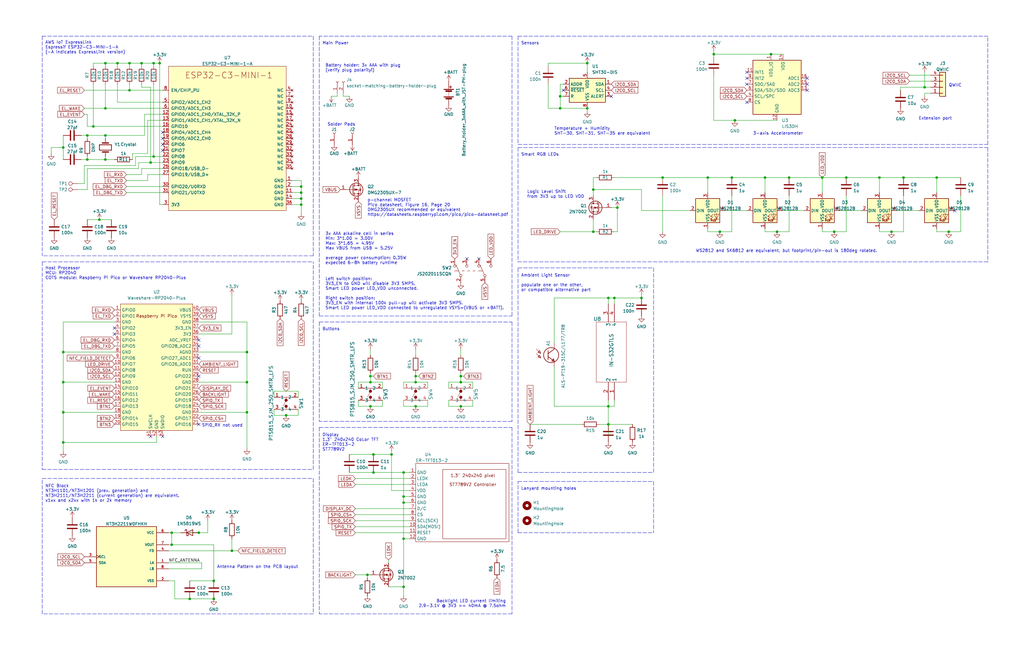
<source format=kicad_sch>
(kicad_sch (version 20211123) (generator eeschema)
  (paper "B")
  (title_block (title "AWS IoT ExpressLink Demo Badge") (date "2022-09-08") (rev "1") (company "Amazon Web Services") (comment 1 "Joe Julicher (jjulich@amazon.com)") (comment 2 "Thomas Kriechbaumer (thomkrie@amazon.com)") (comment 3 "Workshop: https://catalog.workshops.aws/aws-iot-expresslink-demo-badge/") (comment 4 "Web Resources: https://github.com/aws/iot-expresslink"))
  (junction (at 127 81.28))
  (junction (at 325.12 22.86))
  (junction (at 64.77 26.67))
  (junction (at 36.83 57.15))
  (junction (at 26.67 173.99))
  (junction (at 170.18 247.65))
  (junction (at 127 83.82))
  (junction (at 156.21 161.29))
  (junction (at 26.67 161.29))
  (junction (at 381 74.93))
  (junction (at 157.48 199.39))
  (junction (at 26.67 62.23))
  (junction (at 270.51 125.73))
  (junction (at 127 86.36))
  (junction (at 260.35 87.63))
  (junction (at 256.54 125.73))
  (junction (at 120.65 175.26))
  (junction (at 247.65 26.67))
  (junction (at 356.87 74.93))
  (junction (at 154.94 242.57))
  (junction (at 72.39 224.79))
  (junction (at 44.45 67.31))
  (junction (at 104.14 161.29))
  (junction (at 175.26 161.29))
  (junction (at 90.17 252.73))
  (junction (at 389.89 36.83))
  (junction (at 54.61 38.1))
  (junction (at 67.31 26.67))
  (junction (at 236.22 40.64))
  (junction (at 83.82 224.79))
  (junction (at 170.18 209.55))
  (junction (at 59.69 26.67))
  (junction (at 303.53 97.79))
  (junction (at 394.97 74.93))
  (junction (at 26.67 148.59))
  (junction (at 157.48 191.77))
  (junction (at 97.79 232.41))
  (junction (at 49.53 26.67))
  (junction (at 256.54 179.07))
  (junction (at 351.79 97.79))
  (junction (at 298.45 74.93))
  (junction (at 104.14 148.59))
  (junction (at 72.39 229.87))
  (junction (at 36.83 67.31))
  (junction (at 165.1 191.77))
  (junction (at 44.45 57.15))
  (junction (at 41.91 92.71))
  (junction (at 327.66 97.79))
  (junction (at 194.31 161.29))
  (junction (at 375.92 97.79))
  (junction (at 308.61 74.93))
  (junction (at 346.71 74.93))
  (junction (at 370.84 74.93))
  (junction (at 300.99 22.86))
  (junction (at 90.17 245.11))
  (junction (at 256.54 171.45))
  (junction (at 104.14 173.99))
  (junction (at 194.31 171.45))
  (junction (at 170.18 212.09))
  (junction (at 63.5 68.58))
  (junction (at 170.18 199.39))
  (junction (at 322.58 74.93))
  (junction (at 170.18 227.33))
  (junction (at 44.45 45.72))
  (junction (at 26.67 186.69))
  (junction (at 194.31 158.75))
  (junction (at 236.22 45.72))
  (junction (at 332.74 74.93))
  (junction (at 175.26 158.75))
  (junction (at 127 78.74))
  (junction (at 250.19 97.79))
  (junction (at 247.65 45.72))
  (junction (at 80.01 252.73))
  (junction (at 400.05 97.79))
  (junction (at 44.45 26.67))
  (junction (at 279.4 74.93))
  (junction (at 156.21 158.75))
  (junction (at 309.88 50.8))
  (junction (at 259.08 125.73))
  (junction (at 39.37 53.34))
  (junction (at 175.26 171.45))
  (junction (at 250.19 80.01))
  (junction (at 54.61 26.67))
  (junction (at 64.77 66.04))
  (junction (at 156.21 171.45))
  (no_connect (at 83.82 143.51))
  (no_connect (at 83.82 146.05))
  (no_connect (at 83.82 151.13))
  (no_connect (at 83.82 158.75))
  (no_connect (at 196.85 109.22))
  (no_connect (at 314.96 33.02))
  (no_connect (at 314.96 35.56))
  (no_connect (at 314.96 43.18))
  (no_connect (at 314.96 30.48))
  (no_connect (at 340.36 33.02))
  (no_connect (at 340.36 38.1))
  (no_connect (at 340.36 35.56))
  (no_connect (at 402.59 88.9))
  (no_connect (at 63.5 184.15))
  (no_connect (at 68.58 184.15))
  (no_connect (at 68.58 63.5))
  (no_connect (at 68.58 60.96))
  (no_connect (at 68.58 55.88))
  (no_connect (at 68.58 58.42))
  (no_connect (at 237.49 38.1))
  (no_connect (at 257.81 40.64))
  (no_connect (at 83.82 179.07))
  (no_connect (at 48.26 140.97))
  (no_connect (at 48.26 138.43))
  (no_connect (at 201.93 109.22))
  (wire (pts (xy 120.65 175.26) (xy 125.73 175.26)))
  (wire (pts (xy 139.7 40.64) (xy 142.24 40.64)))
  (wire (pts (xy 157.48 191.77) (xy 165.1 191.77)))
  (wire (pts (xy 71.12 232.41) (xy 97.79 232.41)))
  (wire (pts (xy 147.32 199.39) (xy 157.48 199.39)))
  (wire (pts (xy 59.69 73.66) (xy 59.69 71.12)))
  (wire (pts (xy 49.53 35.56) (xy 49.53 43.18)))
  (wire (pts (xy 62.23 50.8) (xy 62.23 64.77)))
  (wire (pts (xy 379.73 36.83) (xy 389.89 36.83)))
  (wire (pts (xy 231.14 27.94) (xy 231.14 26.67)))
  (wire (pts (xy 231.14 45.72) (xy 236.22 45.72)))
  (polyline (pts (xy 215.9 259.08) (xy 134.62 259.08)))
  (wire (pts (xy 383.54 34.29) (xy 392.43 34.29)))
  (wire (pts (xy 392.43 39.37) (xy 389.89 39.37)))
  (polyline (pts (xy 215.9 135.89) (xy 215.9 177.8)))
  (wire (pts (xy 330.2 88.9) (xy 339.09 88.9)))
  (wire (pts (xy 73.66 252.73) (xy 80.01 252.73)))
  (wire (pts (xy 21.59 62.23) (xy 21.59 64.77)))
  (polyline (pts (xy 215.9 180.34) (xy 215.9 259.08)))
  (wire (pts (xy 60.96 57.15) (xy 60.96 48.26)))
  (wire (pts (xy 175.26 157.48) (xy 175.26 158.75)))
  (wire (pts (xy 189.23 161.29) (xy 194.31 161.29)))
  (wire (pts (xy 189.23 171.45) (xy 194.31 171.45)))
  (wire (pts (xy 375.92 97.79) (xy 370.84 97.79)))
  (wire (pts (xy 147.32 191.77) (xy 157.48 191.77)))
  (wire (pts (xy 44.45 57.15) (xy 44.45 58.42)))
  (wire (pts (xy 327.66 50.8) (xy 309.88 50.8)))
  (wire (pts (xy 170.18 212.09) (xy 172.72 212.09)))
  (wire (pts (xy 64.77 66.04) (xy 68.58 66.04)))
  (wire (pts (xy 259.08 74.93) (xy 279.4 74.93)))
  (wire (pts (xy 236.22 45.72) (xy 247.65 45.72)))
  (wire (pts (xy 149.86 214.63) (xy 172.72 214.63)))
  (wire (pts (xy 149.86 204.47) (xy 172.72 204.47)))
  (wire (pts (xy 58.42 68.58) (xy 58.42 71.12)))
  (wire (pts (xy 157.48 199.39) (xy 170.18 199.39)))
  (wire (pts (xy 279.4 74.93) (xy 298.45 74.93)))
  (wire (pts (xy 36.83 53.34) (xy 39.37 53.34)))
  (wire (pts (xy 33.02 77.47) (xy 35.56 77.47)))
  (wire (pts (xy 142.24 40.64) (xy 142.24 39.37)))
  (wire (pts (xy 346.71 97.79) (xy 346.71 96.52)))
  (wire (pts (xy 36.83 57.15) (xy 44.45 57.15)))
  (wire (pts (xy 36.83 71.12) (xy 36.83 80.01)))
  (wire (pts (xy 175.26 158.75) (xy 176.53 158.75)))
  (wire (pts (xy 104.14 161.29) (xy 104.14 173.99)))
  (wire (pts (xy 35.56 77.47) (xy 35.56 69.85)))
  (wire (pts (xy 300.99 22.86) (xy 325.12 22.86)))
  (wire (pts (xy 194.31 158.75) (xy 194.31 161.29)))
  (wire (pts (xy 332.74 97.79) (xy 327.66 97.79)))
  (polyline (pts (xy 275.59 113.03) (xy 275.59 199.39)))
  (wire (pts (xy 270.51 80.01) (xy 250.19 80.01)))
  (polyline (pts (xy 416.56 62.23) (xy 416.56 110.49)))
  (wire (pts (xy 170.18 199.39) (xy 170.18 209.55)))
  (wire (pts (xy 104.14 173.99) (xy 104.14 189.23)))
  (wire (pts (xy 170.18 171.45) (xy 175.26 171.45)))
  (wire (pts (xy 26.67 161.29) (xy 48.26 161.29)))
  (wire (pts (xy 250.19 92.71) (xy 250.19 97.79)))
  (wire (pts (xy 383.54 31.75) (xy 392.43 31.75)))
  (wire (pts (xy 170.18 163.83) (xy 170.18 161.29)))
  (wire (pts (xy 66.04 184.15) (xy 66.04 186.69)))
  (wire (pts (xy 53.34 78.74) (xy 68.58 78.74)))
  (wire (pts (xy 236.22 97.79) (xy 250.19 97.79)))
  (wire (pts (xy 151.13 168.91) (xy 151.13 171.45)))
  (wire (pts (xy 356.87 97.79) (xy 351.79 97.79)))
  (polyline (pts (xy 132.08 259.08) (xy 17.78 259.08)))
  (wire (pts (xy 127 78.74) (xy 127 81.28)))
  (wire (pts (xy 332.74 74.93) (xy 346.71 74.93)))
  (wire (pts (xy 231.14 35.56) (xy 231.14 45.72)))
  (wire (pts (xy 35.56 38.1) (xy 54.61 38.1)))
  (wire (pts (xy 322.58 74.93) (xy 332.74 74.93)))
  (wire (pts (xy 199.39 163.83) (xy 199.39 161.29)))
  (wire (pts (xy 123.19 83.82) (xy 127 83.82)))
  (wire (pts (xy 351.79 97.79) (xy 346.71 97.79)))
  (wire (pts (xy 71.12 240.03) (xy 85.09 240.03)))
  (wire (pts (xy 247.65 26.67) (xy 247.65 30.48)))
  (wire (pts (xy 163.83 247.65) (xy 170.18 247.65)))
  (wire (pts (xy 378.46 88.9) (xy 387.35 88.9)))
  (wire (pts (xy 256.54 171.45) (xy 256.54 179.07)))
  (wire (pts (xy 389.89 30.48) (xy 389.89 36.83)))
  (wire (pts (xy 154.94 242.57) (xy 156.21 242.57)))
  (polyline (pts (xy 215.9 133.35) (xy 215.9 15.24)))
  (wire (pts (xy 67.31 86.36) (xy 68.58 86.36)))
  (wire (pts (xy 60.96 48.26) (xy 68.58 48.26)))
  (wire (pts (xy 83.82 173.99) (xy 104.14 173.99)))
  (wire (pts (xy 26.67 62.23) (xy 21.59 62.23)))
  (wire (pts (xy 256.54 179.07) (xy 266.7 179.07)))
  (wire (pts (xy 104.14 135.89) (xy 104.14 148.59)))
  (wire (pts (xy 298.45 74.93) (xy 308.61 74.93)))
  (wire (pts (xy 154.94 243.84) (xy 154.94 242.57)))
  (wire (pts (xy 279.4 82.55) (xy 279.4 97.79)))
  (wire (pts (xy 35.56 69.85) (xy 57.15 69.85)))
  (wire (pts (xy 356.87 74.93) (xy 370.84 74.93)))
  (wire (pts (xy 151.13 161.29) (xy 156.21 161.29)))
  (wire (pts (xy 172.72 199.39) (xy 170.18 199.39)))
  (wire (pts (xy 394.97 97.79) (xy 394.97 96.52)))
  (wire (pts (xy 36.83 80.01) (xy 33.02 80.01)))
  (wire (pts (xy 58.42 71.12) (xy 36.83 71.12)))
  (wire (pts (xy 259.08 97.79) (xy 260.35 97.79)))
  (wire (pts (xy 83.82 135.89) (xy 104.14 135.89)))
  (wire (pts (xy 256.54 125.73) (xy 259.08 125.73)))
  (wire (pts (xy 73.66 245.11) (xy 73.66 252.73)))
  (wire (pts (xy 194.31 157.48) (xy 194.31 158.75)))
  (wire (pts (xy 256.54 171.45) (xy 259.08 171.45)))
  (wire (pts (xy 35.56 45.72) (xy 44.45 45.72)))
  (wire (pts (xy 223.52 179.07) (xy 245.11 179.07)))
  (wire (pts (xy 127 83.82) (xy 127 86.36)))
  (polyline (pts (xy 17.78 110.49) (xy 132.08 110.49)))
  (wire (pts (xy 161.29 161.29) (xy 156.21 161.29)))
  (wire (pts (xy 394.97 81.28) (xy 394.97 74.93)))
  (wire (pts (xy 233.68 171.45) (xy 256.54 171.45)))
  (wire (pts (xy 175.26 158.75) (xy 175.26 161.29)))
  (wire (pts (xy 236.22 40.64) (xy 236.22 45.72)))
  (wire (pts (xy 80.01 252.73) (xy 90.17 252.73)))
  (polyline (pts (xy 275.59 203.2) (xy 275.59 224.79)))
  (wire (pts (xy 127 76.2) (xy 127 78.74)))
  (wire (pts (xy 49.53 26.67) (xy 49.53 27.94)))
  (wire (pts (xy 97.79 232.41) (xy 100.33 232.41)))
  (wire (pts (xy 64.77 26.67) (xy 67.31 26.67)))
  (wire (pts (xy 170.18 209.55) (xy 172.72 209.55)))
  (wire (pts (xy 354.33 88.9) (xy 363.22 88.9)))
  (polyline (pts (xy 134.62 180.34) (xy 134.62 259.08)))
  (wire (pts (xy 156.21 158.75) (xy 157.48 158.75)))
  (wire (pts (xy 34.29 57.15) (xy 36.83 57.15)))
  (polyline (pts (xy 134.62 15.24) (xy 134.62 133.35)))
  (wire (pts (xy 256.54 128.27) (xy 256.54 125.73)))
  (wire (pts (xy 194.31 158.75) (xy 195.58 158.75)))
  (wire (pts (xy 389.89 39.37) (xy 389.89 40.64)))
  (wire (pts (xy 115.57 175.26) (xy 120.65 175.26)))
  (wire (pts (xy 90.17 229.87) (xy 90.17 245.11)))
  (wire (pts (xy 90.17 229.87) (xy 72.39 229.87)))
  (wire (pts (xy 123.19 81.28) (xy 127 81.28)))
  (polyline (pts (xy 134.62 180.34) (xy 215.9 180.34)))
  (wire (pts (xy 55.88 67.31) (xy 55.88 64.77)))
  (wire (pts (xy 170.18 168.91) (xy 170.18 171.45)))
  (wire (pts (xy 63.5 36.83) (xy 63.5 68.58)))
  (wire (pts (xy 199.39 168.91) (xy 199.39 171.45)))
  (wire (pts (xy 64.77 26.67) (xy 64.77 27.94)))
  (wire (pts (xy 127 81.28) (xy 127 83.82)))
  (wire (pts (xy 53.34 76.2) (xy 62.23 76.2)))
  (wire (pts (xy 36.83 48.26) (xy 36.83 53.34)))
  (wire (pts (xy 44.45 26.67) (xy 44.45 27.94)))
  (wire (pts (xy 104.14 148.59) (xy 104.14 161.29)))
  (wire (pts (xy 180.34 161.29) (xy 175.26 161.29)))
  (wire (pts (xy 123.19 78.74) (xy 127 78.74)))
  (wire (pts (xy 72.39 229.87) (xy 71.12 229.87)))
  (wire (pts (xy 199.39 161.29) (xy 194.31 161.29)))
  (wire (pts (xy 389.89 36.83) (xy 392.43 36.83)))
  (wire (pts (xy 125.73 165.1) (xy 125.73 167.64)))
  (polyline (pts (xy 218.44 15.24) (xy 416.56 15.24)))
  (wire (pts (xy 97.79 140.97) (xy 83.82 140.97)))
  (wire (pts (xy 370.84 81.28) (xy 370.84 74.93)))
  (wire (pts (xy 194.31 147.32) (xy 194.31 149.86)))
  (wire (pts (xy 87.63 219.71) (xy 87.63 224.79)))
  (wire (pts (xy 26.67 173.99) (xy 26.67 186.69)))
  (polyline (pts (xy 132.08 15.24) (xy 132.08 107.95)))
  (wire (pts (xy 170.18 161.29) (xy 175.26 161.29)))
  (wire (pts (xy 35.56 48.26) (xy 36.83 48.26)))
  (wire (pts (xy 127 86.36) (xy 127 90.17)))
  (wire (pts (xy 161.29 168.91) (xy 161.29 171.45)))
  (wire (pts (xy 62.23 73.66) (xy 68.58 73.66)))
  (wire (pts (xy 85.09 240.03) (xy 85.09 237.49)))
  (wire (pts (xy 325.12 22.86) (xy 330.2 22.86)))
  (polyline (pts (xy 215.9 15.24) (xy 134.62 15.24)))
  (wire (pts (xy 125.73 175.26) (xy 125.73 172.72)))
  (wire (pts (xy 170.18 247.65) (xy 170.18 251.46)))
  (wire (pts (xy 400.05 97.79) (xy 394.97 97.79)))
  (wire (pts (xy 41.91 92.71) (xy 46.99 92.71)))
  (wire (pts (xy 247.65 45.72) (xy 247.65 46.99)))
  (wire (pts (xy 26.67 67.31) (xy 26.67 62.23)))
  (wire (pts (xy 308.61 97.79) (xy 303.53 97.79)))
  (wire (pts (xy 170.18 227.33) (xy 170.18 247.65)))
  (wire (pts (xy 36.83 67.31) (xy 44.45 67.31)))
  (wire (pts (xy 59.69 26.67) (xy 59.69 27.94)))
  (wire (pts (xy 68.58 68.58) (xy 63.5 68.58)))
  (wire (pts (xy 97.79 232.41) (xy 97.79 227.33)))
  (wire (pts (xy 250.19 80.01) (xy 250.19 74.93)))
  (polyline (pts (xy 132.08 107.95) (xy 17.78 107.95)))
  (wire (pts (xy 149.86 201.93) (xy 172.72 201.93)))
  (wire (pts (xy 175.26 147.32) (xy 175.26 149.86)))
  (polyline (pts (xy 17.78 15.24) (xy 132.08 15.24)))
  (wire (pts (xy 44.45 45.72) (xy 68.58 45.72)))
  (wire (pts (xy 259.08 125.73) (xy 259.08 128.27)))
  (wire (pts (xy 26.67 186.69) (xy 26.67 190.5)))
  (wire (pts (xy 405.13 97.79) (xy 400.05 97.79)))
  (wire (pts (xy 252.73 179.07) (xy 256.54 179.07)))
  (wire (pts (xy 231.14 26.67) (xy 247.65 26.67)))
  (polyline (pts (xy 218.44 199.39) (xy 275.59 199.39)))
  (wire (pts (xy 298.45 81.28) (xy 298.45 74.93)))
  (wire (pts (xy 97.79 124.46) (xy 97.79 140.97)))
  (wire (pts (xy 59.69 71.12) (xy 68.58 71.12)))
  (wire (pts (xy 165.1 191.77) (xy 165.1 207.01)))
  (polyline (pts (xy 134.62 135.89) (xy 134.62 177.8)))
  (polyline (pts (xy 215.9 177.8) (xy 134.62 177.8)))
  (wire (pts (xy 44.45 57.15) (xy 60.96 57.15)))
  (wire (pts (xy 149.86 222.25) (xy 172.72 222.25)))
  (polyline (pts (xy 218.44 113.03) (xy 275.59 113.03)))
  (wire (pts (xy 53.34 73.66) (xy 59.69 73.66)))
  (wire (pts (xy 170.18 227.33) (xy 172.72 227.33)))
  (wire (pts (xy 170.18 212.09) (xy 170.18 227.33)))
  (wire (pts (xy 199.39 171.45) (xy 194.31 171.45)))
  (wire (pts (xy 44.45 26.67) (xy 49.53 26.67)))
  (wire (pts (xy 115.57 172.72) (xy 115.57 175.26)))
  (wire (pts (xy 80.01 245.11) (xy 90.17 245.11)))
  (polyline (pts (xy 132.08 201.93) (xy 132.08 259.08)))
  (wire (pts (xy 123.19 86.36) (xy 127 86.36)))
  (wire (pts (xy 54.61 26.67) (xy 59.69 26.67)))
  (wire (pts (xy 233.68 125.73) (xy 256.54 125.73)))
  (polyline (pts (xy 218.44 224.79) (xy 218.44 203.2)))
  (wire (pts (xy 308.61 74.93) (xy 322.58 74.93)))
  (wire (pts (xy 26.67 173.99) (xy 26.67 161.29)))
  (polyline (pts (xy 218.44 224.79) (xy 275.59 224.79)))
  (wire (pts (xy 270.51 124.46) (xy 270.51 125.73)))
  (wire (pts (xy 63.5 68.58) (xy 58.42 68.58)))
  (wire (pts (xy 39.37 27.94) (xy 39.37 26.67)))
  (wire (pts (xy 161.29 163.83) (xy 161.29 161.29)))
  (polyline (pts (xy 132.08 198.12) (xy 132.08 110.49)))
  (wire (pts (xy 34.29 67.31) (xy 36.83 67.31)))
  (wire (pts (xy 156.21 158.75) (xy 156.21 161.29)))
  (wire (pts (xy 72.39 224.79) (xy 76.2 224.79)))
  (wire (pts (xy 381 97.79) (xy 375.92 97.79)))
  (wire (pts (xy 39.37 26.67) (xy 44.45 26.67)))
  (wire (pts (xy 71.12 245.11) (xy 73.66 245.11)))
  (wire (pts (xy 72.39 224.79) (xy 72.39 229.87)))
  (polyline (pts (xy 416.56 60.96) (xy 416.56 15.24)))
  (wire (pts (xy 36.83 67.31) (xy 36.83 66.04)))
  (polyline (pts (xy 416.56 110.49) (xy 218.44 110.49)))
  (wire (pts (xy 26.67 135.89) (xy 48.26 135.89)))
  (wire (pts (xy 54.61 26.67) (xy 54.61 27.94)))
  (wire (pts (xy 59.69 26.67) (xy 64.77 26.67)))
  (wire (pts (xy 370.84 97.79) (xy 370.84 96.52)))
  (wire (pts (xy 237.49 35.56) (xy 236.22 35.56)))
  (wire (pts (xy 405.13 82.55) (xy 405.13 97.79)))
  (wire (pts (xy 49.53 26.67) (xy 54.61 26.67)))
  (wire (pts (xy 300.99 22.86) (xy 300.99 24.13)))
  (wire (pts (xy 250.19 97.79) (xy 251.46 97.79)))
  (wire (pts (xy 83.82 161.29) (xy 104.14 161.29)))
  (wire (pts (xy 151.13 171.45) (xy 156.21 171.45)))
  (wire (pts (xy 236.22 40.64) (xy 237.49 40.64)))
  (polyline (pts (xy 17.78 110.49) (xy 17.78 198.12)))
  (wire (pts (xy 39.37 35.56) (xy 39.37 53.34)))
  (polyline (pts (xy 218.44 60.96) (xy 416.56 60.96)))
  (wire (pts (xy 39.37 53.34) (xy 68.58 53.34)))
  (wire (pts (xy 270.51 88.9) (xy 270.51 80.01)))
  (polyline (pts (xy 134.62 133.35) (xy 215.9 133.35)))
  (wire (pts (xy 346.71 81.28) (xy 346.71 74.93)))
  (wire (pts (xy 26.67 148.59) (xy 48.26 148.59)))
  (wire (pts (xy 149.86 217.17) (xy 172.72 217.17)))
  (wire (pts (xy 26.67 148.59) (xy 26.67 135.89)))
  (wire (pts (xy 322.58 97.79) (xy 322.58 96.52)))
  (wire (pts (xy 250.19 74.93) (xy 251.46 74.93)))
  (wire (pts (xy 260.35 87.63) (xy 260.35 97.79)))
  (wire (pts (xy 149.86 224.79) (xy 172.72 224.79)))
  (polyline (pts (xy 218.44 203.2) (xy 275.59 203.2)))
  (wire (pts (xy 256.54 168.91) (xy 256.54 171.45)))
  (wire (pts (xy 300.99 21.59) (xy 300.99 22.86)))
  (wire (pts (xy 180.34 163.83) (xy 180.34 161.29)))
  (wire (pts (xy 57.15 66.04) (xy 64.77 66.04)))
  (wire (pts (xy 151.13 163.83) (xy 151.13 161.29)))
  (wire (pts (xy 189.23 163.83) (xy 189.23 161.29)))
  (wire (pts (xy 83.82 148.59) (xy 104.14 148.59)))
  (wire (pts (xy 327.66 97.79) (xy 322.58 97.79)))
  (wire (pts (xy 370.84 74.93) (xy 381 74.93)))
  (wire (pts (xy 300.99 31.75) (xy 300.99 50.8)))
  (wire (pts (xy 346.71 74.93) (xy 356.87 74.93)))
  (wire (pts (xy 381 82.55) (xy 381 97.79)))
  (wire (pts (xy 172.72 207.01) (xy 165.1 207.01)))
  (wire (pts (xy 59.69 35.56) (xy 59.69 36.83)))
  (wire (pts (xy 300.99 50.8) (xy 309.88 50.8)))
  (wire (pts (xy 170.18 209.55) (xy 170.18 212.09)))
  (polyline (pts (xy 218.44 15.24) (xy 218.44 60.96)))
  (wire (pts (xy 144.78 40.64) (xy 144.78 39.37)))
  (polyline (pts (xy 218.44 62.23) (xy 416.56 62.23)))
  (polyline (pts (xy 17.78 201.93) (xy 132.08 201.93)))
  (wire (pts (xy 54.61 38.1) (xy 68.58 38.1)))
  (wire (pts (xy 298.45 97.79) (xy 298.45 96.52)))
  (wire (pts (xy 189.23 168.91) (xy 189.23 171.45)))
  (wire (pts (xy 83.82 224.79) (xy 87.63 224.79)))
  (wire (pts (xy 26.67 173.99) (xy 48.26 173.99)))
  (wire (pts (xy 308.61 82.55) (xy 308.61 97.79)))
  (wire (pts (xy 175.26 171.45) (xy 180.34 171.45)))
  (polyline (pts (xy 218.44 62.23) (xy 218.44 110.49)))
  (wire (pts (xy 49.53 43.18) (xy 68.58 43.18)))
  (wire (pts (xy 147.32 40.64) (xy 144.78 40.64)))
  (wire (pts (xy 67.31 26.67) (xy 67.31 86.36)))
  (wire (pts (xy 59.69 36.83) (xy 63.5 36.83)))
  (wire (pts (xy 149.86 219.71) (xy 172.72 219.71)))
  (wire (pts (xy 55.88 64.77) (xy 62.23 64.77)))
  (wire (pts (xy 80.01 224.79) (xy 83.82 224.79)))
  (wire (pts (xy 71.12 224.79) (xy 72.39 224.79)))
  (polyline (pts (xy 17.78 198.12) (xy 132.08 198.12)))
  (wire (pts (xy 36.83 92.71) (xy 41.91 92.71)))
  (wire (pts (xy 85.09 237.49) (xy 71.12 237.49)))
  (wire (pts (xy 236.22 35.56) (xy 236.22 40.64)))
  (wire (pts (xy 26.67 186.69) (xy 66.04 186.69)))
  (wire (pts (xy 250.19 82.55) (xy 250.19 80.01)))
  (polyline (pts (xy 17.78 259.08) (xy 17.78 201.93)))
  (wire (pts (xy 233.68 125.73) (xy 233.68 144.78)))
  (wire (pts (xy 356.87 82.55) (xy 356.87 97.79)))
  (wire (pts (xy 306.07 88.9) (xy 314.96 88.9)))
  (wire (pts (xy 115.57 167.64) (xy 115.57 165.1)))
  (wire (pts (xy 156.21 157.48) (xy 156.21 158.75)))
  (wire (pts (xy 161.29 171.45) (xy 156.21 171.45)))
  (polyline (pts (xy 17.78 15.24) (xy 17.78 107.95)))
  (wire (pts (xy 303.53 97.79) (xy 298.45 97.79)))
  (wire (pts (xy 322.58 81.28) (xy 322.58 74.93)))
  (wire (pts (xy 233.68 154.94) (xy 233.68 171.45)))
  (wire (pts (xy 62.23 50.8) (xy 68.58 50.8)))
  (wire (pts (xy 44.45 67.31) (xy 48.26 67.31)))
  (wire (pts (xy 54.61 35.56) (xy 54.61 38.1)))
  (wire (pts (xy 53.34 81.28) (xy 68.58 81.28)))
  (wire (pts (xy 180.34 171.45) (xy 180.34 168.91)))
  (polyline (pts (xy 218.44 199.39) (xy 218.44 113.03)))
  (wire (pts (xy 259.08 168.91) (xy 259.08 171.45)))
  (wire (pts (xy 44.45 35.56) (xy 44.45 45.72)))
  (wire (pts (xy 57.15 69.85) (xy 57.15 66.04)))
  (wire (pts (xy 44.45 66.04) (xy 44.45 67.31)))
  (wire (pts (xy 163.83 236.22) (xy 163.83 237.49)))
  (wire (pts (xy 123.19 76.2) (xy 127 76.2)))
  (wire (pts (xy 257.81 87.63) (xy 260.35 87.63)))
  (wire (pts (xy 165.1 190.5) (xy 165.1 191.77)))
  (wire (pts (xy 64.77 35.56) (xy 64.77 66.04)))
  (wire (pts (xy 36.83 57.15) (xy 36.83 58.42)))
  (wire (pts (xy 332.74 82.55) (xy 332.74 97.79)))
  (polyline (pts (xy 134.62 135.89) (xy 215.9 135.89)))
  (wire (pts (xy 394.97 74.93) (xy 405.13 74.93)))
  (wire (pts (xy 115.57 165.1) (xy 125.73 165.1)))
  (wire (pts (xy 26.67 57.15) (xy 26.67 62.23)))
  (wire (pts (xy 270.51 88.9) (xy 290.83 88.9)))
  (wire (pts (xy 62.23 76.2) (xy 62.23 73.66)))
  (wire (pts (xy 259.08 125.73) (xy 270.51 125.73)))
  (wire (pts (xy 381 74.93) (xy 394.97 74.93)))
  (wire (pts (xy 156.21 147.32) (xy 156.21 149.86)))
  (wire (pts (xy 26.67 161.29) (xy 26.67 148.59)))
  (wire (pts (xy 256.54 184.15) (xy 256.54 179.07)))
  (wire (pts (xy 149.86 242.57) (xy 154.94 242.57)))
  (wire (pts (xy 379.73 38.1) (xy 379.73 36.83)))
  (text "Solder Pads" (at 149.86 53.34 180) (effects (font (size 1.27 1.27)) (justify right bottom)))
  (text "Main Power" (at 135.89 19.05 0) (effects (font (size 1.27 1.27)) (justify left bottom)))
  (text "Sensors" (at 219.71 19.05 0) (effects (font (size 1.27 1.27)) (justify left bottom)))
  (text "Host Processor\nMCU: RP2040\nCOTS module: Raspberry Pi Pico or Waveshare RP2040-Plus" (at 19.05 118.11 0) (effects (font (size 1.27 1.27)) (justify left bottom)))
  (text "AWS IoT ExpressLink\nEspressif ESP32-C3-MINI-1-A\n(-A indicates ExpressLink version)" (at 19.05 22.86 0) (effects (font (size 1.27 1.27)) (justify left bottom)))
  (text "Left switch position:\n3V3_EN to GND will disable 3V3 SMPS.\nSmart LED power LED_VDD unconnected.\n\nRight switch position:\n3V3_EN with internal 100k pull-up will activate 3V3 SMPS.\nSmart LED power LED_VDD connected to unregulated VSYS=(VBUS or +BATT)." (at 137.16 130.81 0) (effects (font (size 1.27 1.27)) (justify left bottom)))
  (text "NFC Block\nNT3H1101/NT3H1201 (prev. generation) and \nNT3H2111/NT3H2211 (current generation) are equivalent.\nx1xx and x2xx with 1k or 2k memory" (at 19.05 212.09 0) (effects (font (size 1.27 1.27)) (justify left bottom)))
  (text "SPI0_RX not used" (at 85.09 180.34 0) (effects (font (size 1.27 1.27)) (justify left bottom)))
  (text "3-axis Accelerometer" (at 317.5 57.15 0) (effects (font (size 1.27 1.27)) (justify left bottom)))
  (text "Smart RGB LEDs" (at 219.71 66.04 0) (effects (font (size 1.27 1.27)) (justify left bottom)))
  (text "Battery holder: 3x AAA with plug\n(verify plug polarity!)" (at 137.16 30.48 0) (effects (font (size 1.27 1.27)) (justify left bottom)))
  (text "Display\n1.3\" 240x240 CoLor TFT\nER-TFT013-2\nST7789V2" (at 135.89 190.5 0) (effects (font (size 1.27 1.27)) (justify left bottom)))
  (text "Logic Level Shift \nfrom 3V3 up to LED VDD" (at 222.25 83.82 0) (effects (font (size 1.27 1.27)) (justify left bottom)))
  (text "3x AAA alkaline cell in series\nMin: 3*1.00 = 3.00V\nMax: 3*1.65 = 4.95V\nMax VBUS from USB = 5.25V\n\naverage power consumption: 0.35W\nexpected 6-8h battery runtime" (at 137.16 111.76 0) (effects (font (size 1.27 1.27)) (justify left bottom)))
  (text "p-channel MOSFET\nPico datasheet, Figure 16, Page 20\nDMG2305UX recommended or equivalent\nhttps://datasheets.raspberrypi.com/pico/pico-datasheet.pdf" (at 154.94 91.44 0) (effects (font (size 1.27 1.27)) (justify left bottom)))
  (text "Temperature + Humidity\nSHT-30, SHT-31, SHT-35 are equivalent" (at 233.68 57.15 0) (effects (font (size 1.27 1.27)) (justify left bottom)))
  (text "QWIIC" (at 400.05 36.83 0) (effects (font (size 1.27 1.27)) (justify left bottom)))
  (text "Lanyard mounting holes" (at 219.71 207.01 0) (effects (font (size 1.27 1.27)) (justify left bottom)))
  (text "Extension port" (at 387.35 50.8 0) (effects (font (size 1.27 1.27)) (justify left bottom)))
  (text "Antenna Pattern on the PCB layout" (at 91.44 240.03 0) (effects (font (size 1.27 1.27)) (justify left bottom)))
  (text "Ambient Light Sensor\n\npopulate one or the other,\nor compatible alternative part" (at 219.71 123.19 0) (effects (font (size 1.27 1.27)) (justify left bottom)))
  (text "WS2812 and SK6812 are equivalent, but footprint/pin-out is 180deg rotated." (at 293.37 106.68 0) (effects (font (size 1.27 1.27)) (justify left bottom)))
  (text "Buttons" (at 135.89 139.7 0) (effects (font (size 1.27 1.27)) (justify left bottom)))
  (text "Backlight LED current limiting\n2.9-3.1V @ 3V3 == 40mA @ 7.5ohm" (at 213.36 256.54 180) (effects (font (size 1.27 1.27)) (justify right bottom)))
  (label "NFC_ANTENNA" (at 71.12 237.49 0))
  (global_label "LEDK" (shape input) (at 163.83 236.22 90) (property "Intersheet References" "${INTERSHEET_REFS}" (effects hide)))
  (global_label "EL_TXD" (shape input) (at 48.26 133.35 180) (property "Intersheet References" "${INTERSHEET_REFS}" (effects hide)))
  (global_label "I2C0_SCL" (shape input) (at 127 134.62 270) (property "Intersheet References" "${INTERSHEET_REFS}" (effects hide)))
  (global_label "EL_RXD" (shape input) (at 53.34 73.66 180) (property "Intersheet References" "${INTERSHEET_REFS}" (effects hide)))
  (global_label "SPI0_CSn" (shape input) (at 83.82 176.53 0) (property "Intersheet References" "${INTERSHEET_REFS}" (effects hide)))
  (global_label "LED_VDD" (shape input) (at 207.01 109.22 90) (property "Intersheet References" "${INTERSHEET_REFS}" (effects hide)))
  (global_label "SPI0_TX" (shape input) (at 83.82 168.91 0) (property "Intersheet References" "${INTERSHEET_REFS}" (effects hide)))
  (global_label "I2C0_SDA" (shape input) (at 48.26 156.21 180) (property "Intersheet References" "${INTERSHEET_REFS}" (effects hide)))
  (global_label "NFC_FIELD_DETECT" (shape input) (at 48.26 151.13 180) (property "Intersheet References" "${INTERSHEET_REFS}" (effects hide)))
  (global_label "I2C0_SCL" (shape input) (at 314.96 40.64 180) (property "Intersheet References" "${INTERSHEET_REFS}" (effects hide)))
  (global_label "3V3_EN" (shape input) (at 83.82 138.43 0) (property "Intersheet References" "${INTERSHEET_REFS}" (effects hide)))
  (global_label "AMBIENT_LIGHT" (shape input) (at 83.82 153.67 0) (property "Intersheet References" "${INTERSHEET_REFS}" (effects hide)))
  (global_label "SPI0_SCK" (shape input) (at 83.82 171.45 0) (property "Intersheet References" "${INTERSHEET_REFS}" (effects hide)))
  (global_label "VSYS" (shape input) (at 83.82 133.35 0) (property "Intersheet References" "${INTERSHEET_REFS}" (effects hide)))
  (global_label "LEDK" (shape input) (at 149.86 201.93 180) (property "Intersheet References" "${INTERSHEET_REFS}" (effects hide)))
  (global_label "I2C0_SDA" (shape input) (at 118.11 134.62 270) (property "Intersheet References" "${INTERSHEET_REFS}" (effects hide)))
  (global_label "BACKLIGHT" (shape input) (at 149.86 242.57 180) (property "Intersheet References" "${INTERSHEET_REFS}" (effects hide)))
  (global_label "EL_EVENT" (shape input) (at 48.26 163.83 180) (property "Intersheet References" "${INTERSHEET_REFS}" (effects hide)))
  (global_label "EL_RESET" (shape input) (at 22.86 92.71 90) (property "Intersheet References" "${INTERSHEET_REFS}" (effects hide)))
  (global_label "LEDA" (shape input) (at 149.86 204.47 180) (property "Intersheet References" "${INTERSHEET_REFS}" (effects hide)))
  (global_label "I2C0_SCL" (shape input) (at 35.56 234.95 180) (property "Intersheet References" "${INTERSHEET_REFS}" (effects hide)))
  (global_label "SPI0_CSn" (shape input) (at 149.86 217.17 180) (property "Intersheet References" "${INTERSHEET_REFS}" (effects hide)))
  (global_label "EL_TXD" (shape input) (at 53.34 76.2 180) (property "Intersheet References" "${INTERSHEET_REFS}" (effects hide)))
  (global_label "BTN2" (shape input) (at 48.26 176.53 180) (property "Intersheet References" "${INTERSHEET_REFS}" (effects hide)))
  (global_label "EL_DBG_RXD" (shape input) (at 53.34 78.74 180) (property "Intersheet References" "${INTERSHEET_REFS}" (effects hide)))
  (global_label "DISPLAY_DC" (shape input) (at 149.86 214.63 180) (property "Intersheet References" "${INTERSHEET_REFS}" (effects hide)))
  (global_label "AMBIENT_LIGHT" (shape input) (at 223.52 179.07 90) (property "Intersheet References" "${INTERSHEET_REFS}" (effects hide)))
  (global_label "VSYS" (shape input) (at 151.13 85.09 270) (property "Intersheet References" "${INTERSHEET_REFS}" (effects hide)))
  (global_label "VBUS" (shape input) (at 83.82 130.81 0) (property "Intersheet References" "${INTERSHEET_REFS}" (effects hide)))
  (global_label "EL_RESET" (shape input) (at 48.26 168.91 180) (property "Intersheet References" "${INTERSHEET_REFS}" (effects hide)))
  (global_label "DISPLAY_DC" (shape input) (at 83.82 163.83 0) (property "Intersheet References" "${INTERSHEET_REFS}" (effects hide)))
  (global_label "LED_DRIVE" (shape input) (at 236.22 97.79 180) (property "Intersheet References" "${INTERSHEET_REFS}" (effects hide)))
  (global_label "BTN3" (shape input) (at 48.26 179.07 180) (property "Intersheet References" "${INTERSHEET_REFS}" (effects hide)))
  (global_label "I2C0_SCL" (shape input) (at 257.81 38.1 0) (property "Intersheet References" "${INTERSHEET_REFS}" (effects hide)))
  (global_label "NFC_FIELD_DETECT" (shape input) (at 100.33 232.41 0) (property "Intersheet References" "${INTERSHEET_REFS}" (effects hide)))
  (global_label "I2C0_SDA" (shape input) (at 35.56 237.49 180) (property "Intersheet References" "${INTERSHEET_REFS}" (effects hide)))
  (global_label "EL_DBG_RXD" (shape input) (at 48.26 143.51 180) (property "Intersheet References" "${INTERSHEET_REFS}" (effects hide)))
  (global_label "I2C0_SCL" (shape input) (at 383.54 31.75 180) (property "Intersheet References" "${INTERSHEET_REFS}" (effects hide)))
  (global_label "EL_DBG_TXD" (shape input) (at 48.26 146.05 180) (property "Intersheet References" "${INTERSHEET_REFS}" (effects hide)))
  (global_label "BTN1" (shape input) (at 48.26 171.45 180) (property "Intersheet References" "${INTERSHEET_REFS}" (effects hide)))
  (global_label "BTN3" (shape input) (at 195.58 158.75 0) (property "Intersheet References" "${INTERSHEET_REFS}" (effects hide)))
  (global_label "LED_DRIVE" (shape input) (at 48.26 153.67 180) (property "Intersheet References" "${INTERSHEET_REFS}" (effects hide)))
  (global_label "VBUS" (shape input) (at 143.51 80.01 180) (property "Intersheet References" "${INTERSHEET_REFS}" (effects hide)))
  (global_label "I2C0_SCL" (shape input) (at 48.26 158.75 180) (property "Intersheet References" "${INTERSHEET_REFS}" (effects hide)))
  (global_label "EL_WAKE" (shape input) (at 35.56 45.72 180) (property "Intersheet References" "${INTERSHEET_REFS}" (effects hide)))
  (global_label "I2C0_SDA" (shape input) (at 314.96 38.1 180) (property "Intersheet References" "${INTERSHEET_REFS}" (effects hide)))
  (global_label "BTN2" (shape input) (at 176.53 158.75 0) (property "Intersheet References" "${INTERSHEET_REFS}" (effects hide)))
  (global_label "EL_WAKE" (shape input) (at 48.26 166.37 180) (property "Intersheet References" "${INTERSHEET_REFS}" (effects hide)))
  (global_label "SPI0_SCK" (shape input) (at 149.86 219.71 180) (property "Intersheet References" "${INTERSHEET_REFS}" (effects hide)))
  (global_label "I2C0_SDA" (shape input) (at 383.54 34.29 180) (property "Intersheet References" "${INTERSHEET_REFS}" (effects hide)))
  (global_label "RESET" (shape input) (at 83.82 156.21 0) (property "Intersheet References" "${INTERSHEET_REFS}" (effects hide)))
  (global_label "LEDA" (shape input) (at 209.55 243.84 270) (property "Intersheet References" "${INTERSHEET_REFS}" (effects hide)))
  (global_label "3V3_EN" (shape input) (at 191.77 109.22 90) (property "Intersheet References" "${INTERSHEET_REFS}" (effects hide)))
  (global_label "RESET" (shape input) (at 149.86 224.79 180) (property "Intersheet References" "${INTERSHEET_REFS}" (effects hide)))
  (global_label "BACKLIGHT" (shape input) (at 83.82 166.37 0) (property "Intersheet References" "${INTERSHEET_REFS}" (effects hide)))
  (global_label "SPI0_TX" (shape input) (at 149.86 222.25 180) (property "Intersheet References" "${INTERSHEET_REFS}" (effects hide)))
  (global_label "EL_DBG_TXD" (shape input) (at 53.34 81.28 180) (property "Intersheet References" "${INTERSHEET_REFS}" (effects hide)))
  (global_label "EL_EVENT" (shape input) (at 35.56 48.26 180) (property "Intersheet References" "${INTERSHEET_REFS}" (effects hide)))
  (global_label "LED_VDD" (shape input) (at 346.71 74.93 90) (property "Intersheet References" "${INTERSHEET_REFS}" (effects hide)))
  (global_label "BTN1" (shape input) (at 157.48 158.75 0) (property "Intersheet References" "${INTERSHEET_REFS}" (effects hide)))
  (global_label "EL_RXD" (shape input) (at 48.26 130.81 180) (property "Intersheet References" "${INTERSHEET_REFS}" (effects hide)))
  (global_label "I2C0_SDA" (shape input) (at 257.81 35.56 0) (property "Intersheet References" "${INTERSHEET_REFS}" (effects hide)))
  (global_label "VSYS" (shape input) (at 204.47 119.38 270) (property "Intersheet References" "${INTERSHEET_REFS}" (effects hide)))
  (global_label "EL_RESET" (shape input) (at 35.56 38.1 180) (property "Intersheet References" "${INTERSHEET_REFS}" (effects hide)))
  (global_label "RESET" (shape input) (at 120.65 165.1 90) (property "Intersheet References" "${INTERSHEET_REFS}" (effects hide)))
  (symbol (lib_id "power:GND") (at 247.65 46.99 0) (mirror y) (unit 1)
    (property "Reference" "#PWR03" (effects hide))
    (property "Value" "GND" (at 247.65 51.4334 0))
  )
  (symbol (lib_id "Device:C") (at 46.99 96.52 180) (unit 1)
    (property "Reference" "C19" (at 49.911 95.6853 0) (effects (justify right)))
    (property "Value" "10u" (at 49.911 98.2222 0) (effects (justify right)))
    (property "Footprint" "Capacitor_SMD:C_0603_1608Metric" (effects hide))
    (property "LCSC#" "C19702" (effects hide))
  )
  (symbol (lib_id "Device:C") (at 36.83 96.52 180) (unit 1)
    (property "Reference" "C18" (at 39.751 95.6853 0) (effects (justify right)))
    (property "Value" "100n" (at 39.751 98.2222 0) (effects (justify right)))
    (property "Footprint" "Capacitor_SMD:C_0603_1608Metric" (effects hide))
    (property "LCSC#" "C14663" (effects hide))
  )
  (symbol (lib_id "Mechanical:MountingHole") (at 222.25 219.71 0) (unit 1)
    (property "Reference" "H2" (at 224.79 218.4399 0) (effects (justify left)))
    (property "Value" "MountingHole" (at 224.79 220.9799 0) (effects (justify left)))
    (property "Footprint" "reinvent-2022-expresslink-badge:lanyard-cutout" (effects hide))
  )
  (symbol (lib_id "power:GND") (at 303.53 97.79 0) (unit 1)
    (property "Reference" "#PWR09" (effects hide))
    (property "Value" "GND" (at 303.53 102.2334 0))
  )
  (symbol (lib_id "power:+3.3V") (at 41.91 92.71 0) (unit 1)
    (property "Reference" "#PWR025" (effects hide))
    (property "Value" "+3.3V" (at 41.91 89.1342 0))
  )
  (symbol (lib_id "IN-S32GTLS:IN-S32GTLS") (at 259.08 168.91 270) (mirror x) (unit 1)
    (property "Reference" "U8" (at 250.19 134.62 90) (effects (font (size 1.524 1.524)) (justify left)))
    (property "Value" "IN-S32GTLS" (at 257.81 154.94 0) (effects (font (size 1.524 1.524)) (justify left)))
    (property "Footprint" "IN-S32GTLS:IN-S32GTLS" (effects hide))
    (property "Datasheet" "https://www.inolux-corp.com/datasheet/IR/Sensor/Ambient%20Light%20Sensor/IN-S32GTLS_V1.0.pdf" (effects hide))
    (property "Alternative For" "ALS-PT19-315C_L177_TR8" (effects hide))
  )
  (symbol (lib_id "power:+3.3V") (at 30.48 218.44 0) (unit 1)
    (property "Reference" "#PWR041" (effects hide))
    (property "Value" "+3.3V" (at 30.48 214.8642 0))
  )
  (symbol (lib_id "Device:C") (at 22.86 96.52 0) (unit 1)
    (property "Reference" "C17" (at 25.781 95.6853 0) (effects (justify left)))
    (property "Value" "100n" (at 25.781 98.2222 0) (effects (justify left)))
    (property "Footprint" "Capacitor_SMD:C_0603_1608Metric" (effects hide))
    (property "LCSC#" "C14663" (effects hide))
  )
  (symbol (lib_id "power:GND") (at 104.14 189.23 0) (unit 1)
    (property "Reference" "#PWR08" (effects hide))
    (property "Value" "GND" (at 104.14 193.6734 0))
  )
  (symbol (lib_id "PTS815:PTS815_SJM_250_SMTR_LFS") (at 194.31 166.37 0) (unit 1)
    (property "Reference" "SW5" (at 200.66 166.37 90) (effects (font (size 1.524 1.524))))
    (property "Value" "PTS815_SJM_250_SMTR_LFS" (effects hide))
    (property "Footprint" "PTS815:PTS815 SJM 250 SMTR LFS" (effects hide))
    (property "Datasheet" "https://www.ckswitches.com/media/2728/pts815.pdf" (effects hide))
    (property "LCSC#" "C2689510" (effects hide))
  )
  (symbol (lib_id "Device:C") (at 30.48 222.25 180) (unit 1)
    (property "Reference" "C16" (at 33.401 221.4153 0) (effects (justify right)))
    (property "Value" "100n" (at 33.401 223.9522 0) (effects (justify right)))
    (property "Footprint" "Capacitor_SMD:C_0603_1608Metric" (effects hide))
    (property "LCSC#" "C14663" (effects hide))
  )
  (symbol (lib_id "power:GND") (at 194.31 171.45 0) (unit 1)
    (property "Reference" "#PWR056" (effects hide))
    (property "Value" "GND" (at 194.31 175.8934 0))
  )
  (symbol (lib_id "ER-TFT013-2:ER-TFT013-2") (at 175.26 195.58 0) (unit 1)
    (property "Reference" "U4" (at 179.07 191.77 0) (effects (justify left)))
    (property "Value" "ER-TFT013-2" (at 175.26 194.31 0) (effects (justify left)))
    (property "Footprint" "ER-TFT013-2:ER-TFT013-2" (effects hide))
    (property "Datasheet" "https://www.buydisplay.com/download/manual/ER-TFT013-2_Datasheet.pdf" (effects hide))
  )
  (symbol (lib_id "power:GND") (at 156.21 171.45 0) (unit 1)
    (property "Reference" "#PWR049" (effects hide))
    (property "Value" "GND" (at 156.21 175.8934 0))
  )
  (symbol (lib_id "power:GND") (at 375.92 97.79 0) (unit 1)
    (property "Reference" "#PWR020" (effects hide))
    (property "Value" "GND" (at 375.92 102.2334 0))
  )
  (symbol (lib_id "power:+3.3V") (at 118.11 127 0) (unit 1)
    (property "Reference" "#PWR011" (effects hide))
    (property "Value" "+3.3V" (at 118.11 123.4242 0))
  )
  (symbol (lib_id "power:+3.3V") (at 175.26 147.32 0) (unit 1)
    (property "Reference" "#PWR051" (effects hide))
    (property "Value" "+3.3V" (at 175.26 143.7442 0))
  )
  (symbol (lib_id "power:GND") (at 46.99 100.33 0) (unit 1)
    (property "Reference" "#PWR047" (effects hide))
    (property "Value" "GND" (at 46.99 104.7734 0))
  )
  (symbol (lib_id "LED:SK6812") (at 322.58 88.9 0) (unit 1)
    (property "Reference" "D2" (at 332.1602 85.4416 0))
    (property "Value" "WS2812B" (at 332.1602 87.9785 0))
    (property "Footprint" "reinvent-2022-expresslink-badge:SK6812-multi" (effects hide))
    (property "Datasheet" "https://datasheet.lcsc.com/lcsc/2206131216_Worldsemi-WS2812B-V5-W_C2874885.pdf" (effects hide))
    (property "LCSC#" "C2874885" (effects hide))
    (property "Alternative For" "SK6812" (effects hide))
  )
  (symbol (lib_id "power:+3.3V") (at 194.31 147.32 0) (unit 1)
    (property "Reference" "#PWR055" (effects hide))
    (property "Value" "+3.3V" (at 194.31 143.7442 0))
  )
  (symbol (lib_id "Device:C") (at 223.52 182.88 180) (unit 1)
    (property "Reference" "C20" (at 226.441 182.0453 0) (effects (justify right)))
    (property "Value" "1u" (at 226.441 184.5822 0) (effects (justify right)))
    (property "Footprint" "Capacitor_SMD:C_0603_1608Metric" (effects hide))
    (property "LCSC#" "C15849" (effects hide))
  )
  (symbol (lib_id "Device:R") (at 255.27 74.93 90) (unit 1)
    (property "Reference" "R1" (at 255.27 74.93 90))
    (property "Value" "1k" (at 255.27 72.39 90))
    (property "Footprint" "Resistor_SMD:R_0603_1608Metric" (effects hide))
    (property "LCSC#" "C21190" (effects hide))
  )
  (symbol (lib_id "Connector:TestPoint") (at 33.02 80.01 90) (unit 1)
    (property "Reference" "TP2" (at 26.67 80.01 90))
    (property "Value" "TestPoint" (effects hide))
    (property "Footprint" "TestPoint:TestPoint_Pad_D1.0mm" (effects hide))
  )
  (symbol (lib_id "Device:R") (at 266.7 182.88 180) (unit 1)
    (property "Reference" "R17" (at 270.51 181.61 0))
    (property "Value" "1k" (at 270.51 184.15 0))
    (property "Footprint" "Resistor_SMD:R_0603_1608Metric" (effects hide))
    (property "LCSC#" "C21190" (effects hide))
  )
  (symbol (lib_id "Transistor_FET:2N7002") (at 252.73 87.63 0) (mirror y) (unit 1)
    (property "Reference" "Q1" (at 247.5231 86.7953 0) (effects (justify left)))
    (property "Value" "2N7002" (at 247.5231 89.3322 0) (effects (justify left)))
    (property "Footprint" "Package_TO_SOT_SMD:SOT-23" (effects hide))
    (property "Datasheet" "https://www.onsemi.com/pub/Collateral/NDS7002A-D.PDF" (effects hide))
    (property "LCSC#" "C8545" (effects hide))
  )
  (symbol (lib_id "power:+BATT") (at 139.7 40.64 180) (unit 1)
    (property "Reference" "#PWR0101" (effects hide))
    (property "Value" "+BATT" (at 135.89 44.45 0) (effects (justify right)))
  )
  (symbol (lib_id "power:+BATT") (at 148.59 60.96 180) (unit 1)
    (property "Reference" "#PWR017" (effects hide))
    (property "Value" "+BATT" (at 144.78 64.77 0) (effects (justify right)))
  )
  (symbol (lib_id "Device:R") (at 44.45 31.75 180) (unit 1)
    (property "Reference" "R10" (at 41.91 31.75 90))
    (property "Value" "10k" (at 44.45 31.75 90))
    (property "Footprint" "Resistor_SMD:R_0603_1608Metric" (effects hide))
    (property "LCSC#" "C25804" (effects hide))
  )
  (symbol (lib_id "LED:SK6812") (at 298.45 88.9 0) (unit 1)
    (property "Reference" "D1" (at 308.0302 85.4416 0))
    (property "Value" "WS2812B" (at 308.0302 87.9785 0))
    (property "Footprint" "reinvent-2022-expresslink-badge:SK6812-multi" (effects hide))
    (property "Datasheet" "https://datasheet.lcsc.com/lcsc/2206131216_Worldsemi-WS2812B-V5-W_C2874885.pdf" (effects hide))
    (property "LCSC#" "C2874885" (effects hide))
    (property "Alternative For" "SK6812" (effects hide))
  )
  (symbol (lib_id "power:GND") (at 127 90.17 0) (unit 1)
    (property "Reference" "#PWR058" (effects hide))
    (property "Value" "GND" (at 127 94.6134 0))
  )
  (symbol (lib_id "Connector:Conn_01x01_Female") (at 148.59 55.88 90) (unit 1)
    (property "Reference" "J2" (at 147.32 54.61 90) (effects (justify right)))
    (property "Value" "BATT_POS" (effects hide))
    (property "Footprint" "TestPoint:TestPoint_Pad_D2.0mm" (effects hide))
  )
  (symbol (lib_id "power:+3.3V") (at 97.79 219.71 0) (unit 1)
    (property "Reference" "#PWR039" (effects hide))
    (property "Value" "+3.3V" (at 97.79 216.1342 0))
  )
  (symbol (lib_id "Device:C") (at 157.48 195.58 180) (unit 1)
    (property "Reference" "C11" (at 160.401 194.7453 0) (effects (justify right)))
    (property "Value" "1u" (at 160.401 197.2822 0) (effects (justify right)))
    (property "Footprint" "Capacitor_SMD:C_0603_1608Metric" (effects hide))
    (property "LCSC#" "C15849" (effects hide))
  )
  (symbol (lib_id "power:+BATT") (at 189.23 34.29 0) (unit 1)
    (property "Reference" "#PWR0104" (effects hide))
    (property "Value" "+BATT" (at 193.04 30.48 0) (effects (justify right)))
  )
  (symbol (lib_id "power:GND") (at 90.17 252.73 0) (unit 1)
    (property "Reference" "#PWR035" (effects hide))
    (property "Value" "GND" (at 90.17 257.1734 0))
  )
  (symbol (lib_id "Device:C") (at 90.17 248.92 180) (unit 1)
    (property "Reference" "C13" (at 93.091 248.0853 0) (effects (justify right)))
    (property "Value" "100n" (at 93.091 250.6222 0) (effects (justify right)))
    (property "Footprint" "Capacitor_SMD:C_0603_1608Metric" (effects hide))
    (property "LCSC#" "C14663" (effects hide))
  )
  (symbol (lib_id "Device:D_Schottky") (at 80.01 224.79 0) (unit 1)
    (property "Reference" "D6" (at 79.6925 218.44 0))
    (property "Value" "1N5819WS" (at 79.6925 220.98 0))
    (property "Footprint" "Diode_SMD:D_SOD-323" (effects hide))
    (property "LCSC#" "C191023" (effects hide))
  )
  (symbol (lib_id "power:GND") (at 389.89 40.64 0) (unit 1)
    (property "Reference" "#PWR024" (effects hide))
    (property "Value" "GND" (at 389.89 45.0834 0))
  )
  (symbol (lib_id "power:GND") (at 351.79 97.79 0) (unit 1)
    (property "Reference" "#PWR019" (effects hide))
    (property "Value" "GND" (at 351.79 102.2334 0))
  )
  (symbol (lib_id "power:+3.3V") (at 87.63 219.71 0) (unit 1)
    (property "Reference" "#PWR037" (effects hide))
    (property "Value" "+3.3V" (at 87.63 216.1342 0))
  )
  (symbol (lib_id "LED:SK6812") (at 394.97 88.9 0) (unit 1)
    (property "Reference" "D5" (at 404.5502 85.4416 0))
    (property "Value" "WS2812B" (at 404.5502 87.9785 0))
    (property "Footprint" "reinvent-2022-expresslink-badge:SK6812-multi" (effects hide))
    (property "Datasheet" "https://datasheet.lcsc.com/lcsc/2206131216_Worldsemi-WS2812B-V5-W_C2874885.pdf" (effects hide))
    (property "LCSC#" "C2874885" (effects hide))
    (property "Alternative For" "SK6812" (effects hide))
  )
  (symbol (lib_id "power:GND") (at 22.86 100.33 0) (unit 1)
    (property "Reference" "#PWR013" (effects hide))
    (property "Value" "GND" (at 22.86 104.7734 0))
  )
  (symbol (lib_id "Device:R") (at 156.21 153.67 180) (unit 1)
    (property "Reference" "R13" (at 153.67 153.67 90))
    (property "Value" "10k" (at 158.75 153.67 90))
    (property "Footprint" "Resistor_SMD:R_0603_1608Metric" (effects hide))
    (property "LCSC#" "C25804" (effects hide))
  )
  (symbol (lib_id "power:+3.3V") (at 247.65 26.67 0) (mirror y) (unit 1)
    (property "Reference" "#PWR02" (effects hide))
    (property "Value" "+3.3V" (at 247.65 23.0942 0))
  )
  (symbol (lib_id "MCU_RaspberryPi_and_Boards:Pico") (at 66.04 154.94 0) (unit 1)
    (property "Reference" "U2" (at 66.04 123.19 0))
    (property "Value" "Waveshare-RP2040-Plus" (at 66.04 125.73 0))
    (property "Footprint" "reinvent-2022-expresslink-badge:Waveshare-RP2040-Plus" (effects hide))
    (property "Datasheet" "https://www.waveshare.com/product/rp2040-plus.htm" (effects hide))
    (property "Alternative For" "Raspberry Pi Pico" (effects hide))
    (property "LCSC#" "C5159530" (effects hide))
  )
  (symbol (lib_id "NT3H2211W0FHKH:NT3H2211W0FHKH") (at 53.34 234.95 0) (unit 1)
    (property "Reference" "U5" (at 53.34 218.5502 0))
    (property "Value" "NT3H2211W0FHKH" (at 53.34 221.0871 0))
    (property "Footprint" "NT3H2211W0FHKH:IC_NT3H2211W0FHKH" (effects hide))
    (property "Datasheet" "https://www.nxp.com/docs/en/data-sheet/NT3H2111_2211.pdf" (effects hide))
    (property "LCSC#" "C2905792" (effects hide))
    (property "Alternative For" "NT3H1101W0FHKH, NT3H1201W0FHKH, NT3H2101W0FHKH" (effects hide))
  )
  (symbol (lib_id "power:GND") (at 279.4 97.79 0) (unit 1)
    (property "Reference" "#PWR05" (effects hide))
    (property "Value" "GND" (at 279.4 102.2334 0))
  )
  (symbol (lib_id "power:GND") (at 170.18 251.46 0) (unit 1)
    (property "Reference" "#PWR033" (effects hide))
    (property "Value" "GND" (at 170.18 255.9034 0))
  )
  (symbol (lib_id "PTS815:PTS815_SJM_250_SMTR_LFS") (at 156.21 166.37 0) (unit 1)
    (property "Reference" "SW3" (at 162.56 166.37 90) (effects (font (size 1.524 1.524))))
    (property "Value" "PTS815_SJM_250_SMTR_LFS" (at 148.59 160.02 90) (effects (font (size 1.524 1.524))))
    (property "Footprint" "PTS815:PTS815 SJM 250 SMTR LFS" (effects hide))
    (property "Datasheet" "https://www.ckswitches.com/media/2728/pts815.pdf" (effects hide))
    (property "LCSC#" "C2689510" (effects hide))
  )
  (symbol (lib_id "Device:C") (at 231.14 31.75 0) (mirror x) (unit 1)
    (property "Reference" "C1" (at 228.219 30.9153 0) (effects (justify right)))
    (property "Value" "100n" (at 228.219 33.4522 0) (effects (justify right)))
    (property "Footprint" "Capacitor_SMD:C_0603_1608Metric" (effects hide))
    (property "LCSC#" "C14663" (effects hide))
  )
  (symbol (lib_id "Device:R") (at 39.37 31.75 180) (unit 1)
    (property "Reference" "R7" (at 36.83 31.75 90))
    (property "Value" "10k" (at 39.37 31.75 90))
    (property "Footprint" "Resistor_SMD:R_0603_1608Metric" (effects hide))
    (property "LCSC#" "C25804" (effects hide))
  )
  (symbol (lib_id "Sensor_Motion:LIS3DH") (at 327.66 35.56 0) (unit 1)
    (property "Reference" "U3" (at 329.6794 50.8 0) (effects (justify left)))
    (property "Value" "LIS3DH" (at 329.6794 53.34 0) (effects (justify left)))
    (property "Footprint" "Package_LGA:LGA-16_3x3mm_P0.5mm_LayoutBorder3x5y" (effects hide))
    (property "Datasheet" "https://www.st.com/resource/en/datasheet/lis3dh.pdf" (effects hide))
    (property "LCSC#" "C15134" (effects hide))
  )
  (symbol (lib_id "power:GND") (at 256.54 186.69 0) (unit 1)
    (property "Reference" "#PWR053" (effects hide))
    (property "Value" "GND" (at 256.54 191.1334 0))
  )
  (symbol (lib_id "Device:R") (at 36.83 62.23 180) (unit 1) (in_bom no)
    (property "Reference" "R9" (at 34.29 63.5 90))
    (property "Value" "DNP" (at 39.37 62.23 90))
    (property "Footprint" "Resistor_SMD:R_0603_1608Metric" (effects hide))
  )
  (symbol (lib_id "Device:C") (at 381 78.74 180) (unit 1)
    (property "Reference" "C8" (at 383.921 77.9053 0) (effects (justify right)))
    (property "Value" "1u" (at 383.921 80.4422 0) (effects (justify right)))
    (property "Footprint" "Capacitor_SMD:C_0603_1608Metric" (effects hide))
    (property "LCSC#" "C15849" (effects hide))
  )
  (symbol (lib_id "power:GND") (at 194.31 119.38 0) (unit 1)
    (property "Reference" "#PWR021" (effects hide))
    (property "Value" "GND" (at 194.31 123.8234 0))
  )
  (symbol (lib_id "power:GND") (at 379.73 45.72 0) (unit 1)
    (property "Reference" "#PWR022" (effects hide))
    (property "Value" "GND" (at 379.73 50.1634 0))
  )
  (symbol (lib_id "Device:R") (at 248.92 179.07 270) (unit 1)
    (property "Reference" "R15" (at 248.92 181.61 90))
    (property "Value" "10k" (at 248.92 176.53 90))
    (property "Footprint" "Resistor_SMD:R_0603_1608Metric" (effects hide))
    (property "LCSC#" "C25804" (effects hide))
  )
  (symbol (lib_id "power:GND") (at 36.83 100.33 0) (unit 1)
    (property "Reference" "#PWR044" (effects hide))
    (property "Value" "GND" (at 36.83 104.7734 0))
  )
  (symbol (lib_id "Device:R") (at 154.94 247.65 180) (unit 1)
    (property "Reference" "R5" (at 152.4 247.65 90))
    (property "Value" "10k" (at 157.48 247.65 90))
    (property "Footprint" "Resistor_SMD:R_0603_1608Metric" (effects hide))
    (property "LCSC#" "C25804" (effects hide))
  )
  (symbol (lib_id "Device:R") (at 59.69 31.75 180) (unit 1)
    (property "Reference" "R19" (at 57.15 31.75 90))
    (property "Value" "10k" (at 59.69 31.75 90))
    (property "Footprint" "Resistor_SMD:R_0603_1608Metric" (effects hide))
    (property "LCSC#" "C25804" (effects hide))
  )
  (symbol (lib_id "power:+3.3V") (at 97.79 124.46 0) (unit 1)
    (property "Reference" "#PWR06" (effects hide))
    (property "Value" "+3.3V" (at 97.79 120.8842 0))
  )
  (symbol (lib_id "power:+3.3V") (at 389.89 30.48 0) (unit 1)
    (property "Reference" "#PWR023" (effects hide))
    (property "Value" "+3.3V" (at 389.89 26.9042 0))
  )
  (symbol (lib_id "power:+3.3V") (at 156.21 147.32 0) (unit 1)
    (property "Reference" "#PWR048" (effects hide))
    (property "Value" "+3.3V" (at 156.21 143.7442 0))
  )
  (symbol (lib_id "power:+3.3V") (at 209.55 236.22 0) (unit 1)
    (property "Reference" "#PWR034" (effects hide))
    (property "Value" "+3.3V" (at 209.55 232.6442 0))
  )
  (symbol (lib_id "power:GND") (at 223.52 186.69 0) (unit 1)
    (property "Reference" "#PWR050" (effects hide))
    (property "Value" "GND" (at 223.52 191.1334 0))
  )
  (symbol (lib_id "Espressif:ESP32-C3-MINI-1") (at 95.25 59.69 0) (unit 1)
    (property "Reference" "U7" (at 95.885 24.3672 0))
    (property "Value" "ESP32-C3-MINI-1-A" (at 95.885 26.9041 0))
    (property "Footprint" "Espressif:ESP32-C3-MINI-1" (effects hide))
    (property "Datasheet" "https://www.espressif.com/sites/default/files/documentation/esp32-c3-mini-1_datasheet_en.pdf" (effects hide))
    (property "LCSC#" "C5224444" (effects hide))
  )
  (symbol (lib_id "Device:C") (at 147.32 195.58 180) (unit 1)
    (property "Reference" "C10" (at 150.241 194.7453 0) (effects (justify right)))
    (property "Value" "100n" (at 150.241 197.2822 0) (effects (justify right)))
    (property "Footprint" "Capacitor_SMD:C_0603_1608Metric" (effects hide))
    (property "LCSC#" "C14663" (effects hide))
  )
  (symbol (lib_id "Device:C") (at 279.4 78.74 180) (unit 1)
    (property "Reference" "C2" (at 282.321 77.9053 0) (effects (justify right)))
    (property "Value" "100n" (at 282.321 80.4422 0) (effects (justify right)))
    (property "Footprint" "Capacitor_SMD:C_0603_1608Metric" (effects hide))
    (property "LCSC#" "C14663" (effects hide))
  )
  (symbol (lib_id "Transistor_FET:2N7002") (at 161.29 242.57 0) (unit 1)
    (property "Reference" "Q3" (at 167.64 241.2999 0) (effects (justify left)))
    (property "Value" "2N7002" (at 167.64 243.8399 0) (effects (justify left)))
    (property "Footprint" "Package_TO_SOT_SMD:SOT-23" (effects hide))
    (property "Datasheet" "https://www.onsemi.com/pub/Collateral/NDS7002A-D.PDF" (effects hide))
    (property "LCSC#" "C8545" (effects hide))
  )
  (symbol (lib_id "power:GND") (at 266.7 186.69 0) (unit 1)
    (property "Reference" "#PWR057" (effects hide))
    (property "Value" "GND" (at 266.7 191.1334 0))
  )
  (symbol (lib_id "Device:R") (at 175.26 153.67 180) (unit 1)
    (property "Reference" "R14" (at 172.72 153.67 90))
    (property "Value" "10k" (at 177.8 153.67 90))
    (property "Footprint" "Resistor_SMD:R_0603_1608Metric" (effects hide))
    (property "LCSC#" "C25804" (effects hide))
  )
  (symbol (lib_id "power:GND") (at 30.48 226.06 0) (unit 1)
    (property "Reference" "#PWR042" (effects hide))
    (property "Value" "GND" (at 30.48 230.5034 0))
  )
  (symbol (lib_id "power:GND") (at 400.05 97.79 0) (unit 1)
    (property "Reference" "#PWR027" (effects hide))
    (property "Value" "GND" (at 400.05 102.2334 0))
  )
  (symbol (lib_id "Sensor_Humidity:SHT30-DIS") (at 247.65 38.1 0) (unit 1)
    (property "Reference" "U1" (at 249.6694 27.94 0) (effects (justify left)))
    (property "Value" "SHT30-DIS" (at 249.6694 30.48 0) (effects (justify left)))
    (property "Footprint" "Sensor_Humidity:Sensirion_DFN-8-1EP_2.5x2.5mm_P0.5mm_EP1.1x1.7mm" (effects hide))
    (property "Datasheet" "https://www.sensirion.com/fileadmin/user_upload/customers/sensirion/Dokumente/2_Humidity_Sensors/Datasheets/Sensirion_Humidity_Sensors_SHT3x_Datasheet_digital.pdf" (effects hide))
    (property "LCSC#" "C77361" (effects hide))
  )
  (symbol (lib_id "Mechanical:MountingHole") (at 222.25 213.36 0) (unit 1)
    (property "Reference" "H1" (at 224.79 212.0899 0) (effects (justify left)))
    (property "Value" "MountingHole" (at 224.79 214.6299 0) (effects (justify left)))
    (property "Footprint" "reinvent-2022-expresslink-badge:lanyard-cutout" (effects hide))
  )
  (symbol (lib_id "PTS815:PTS815_SJM_250_SMTR_LFS") (at 120.65 170.18 0) (unit 1)
    (property "Reference" "SW1" (at 127 170.18 90) (effects (font (size 1.524 1.524))))
    (property "Value" "PTS815_SJM_250_SMTR_LFS" (at 114.3 170.18 90) (effects (font (size 1.524 1.524))))
    (property "Footprint" "PTS815:PTS815 SJM 250 SMTR LFS" (effects hide))
    (property "Datasheet" "https://www.ckswitches.com/media/2728/pts815.pdf" (effects hide))
    (property "LCSC#" "C2689510" (effects hide))
  )
  (symbol (lib_id "Device:R") (at 97.79 223.52 180) (unit 1)
    (property "Reference" "R8" (at 95.25 223.52 90))
    (property "Value" "10k" (at 100.33 223.52 90))
    (property "Footprint" "Resistor_SMD:R_0603_1608Metric" (effects hide))
    (property "LCSC#" "C25804" (effects hide))
  )
  (symbol (lib_id "Device:C") (at 30.48 67.31 90) (unit 1)
    (property "Reference" "C15" (at 30.48 61.4512 90))
    (property "Value" "27pf" (at 30.48 63.9881 90))
    (property "Footprint" "Capacitor_SMD:C_0603_1608Metric" (effects hide))
    (property "LCSC#" "C107045" (effects hide))
  )
  (symbol (lib_id "Connector_Generic:Conn_01x04") (at 397.51 36.83 0) (mirror x) (unit 1)
    (property "Reference" "J3" (at 397.51 26.7802 0))
    (property "Value" "QWIIC" (at 397.51 29.3171 0))
    (property "Footprint" "Connector_JST:JST_SH_SM04B-SRSS-TB_1x04-1MP_P1.00mm_Horizontal" (effects hide))
    (property "Datasheet" "https://www.jst-mfg.com/product/pdf/eng/eSH.pdf" (effects hide))
    (property "LCSC#" "C145956" (effects hide))
  )
  (symbol (lib_id "Device:R") (at 127 130.81 180) (unit 1)
    (property "Reference" "R4" (at 124.46 130.81 90))
    (property "Value" "4k7" (at 129.54 130.81 90))
    (property "Footprint" "Resistor_SMD:R_0603_1608Metric" (effects hide))
    (property "LCSC#" "C105428" (effects hide))
  )
  (symbol (lib_id "Device:C") (at 30.48 57.15 90) (unit 1)
    (property "Reference" "C14" (at 30.48 51.2912 90))
    (property "Value" "27pf" (at 30.48 53.8281 90))
    (property "Footprint" "Capacitor_SMD:C_0603_1608Metric" (effects hide))
    (property "LCSC#" "C107045" (effects hide))
  )
  (symbol (lib_id "Connector:Conn_01x01_Female") (at 140.97 55.88 90) (unit 1)
    (property "Reference" "J1" (at 139.7 54.61 90) (effects (justify right)))
    (property "Value" "BATT_NEG" (effects hide))
    (property "Footprint" "TestPoint:TestPoint_Pad_D2.0mm" (effects hide))
  )
  (symbol (lib_id "power:+3.3V") (at 270.51 124.46 0) (unit 1)
    (property "Reference" "#PWR054" (effects hide))
    (property "Value" "+3.3V" (at 270.51 120.8842 0))
  )
  (symbol (lib_id "power:GND") (at 140.97 60.96 0) (unit 1)
    (property "Reference" "#PWR016" (effects hide))
    (property "Value" "GND" (at 140.97 64.77 0))
  )
  (symbol (lib_id "Device:R") (at 255.27 97.79 90) (unit 1)
    (property "Reference" "R2" (at 255.27 97.79 90))
    (property "Value" "1k" (at 255.27 95.25 90))
    (property "Footprint" "Resistor_SMD:R_0603_1608Metric" (effects hide))
    (property "LCSC#" "C21190" (effects hide))
  )
  (symbol (lib_id "power:GND") (at 147.32 40.64 0) (unit 1)
    (property "Reference" "#PWR0102" (effects hide))
    (property "Value" "GND" (at 147.32 44.45 0))
  )
  (symbol (lib_id "ALS-PT19-315C_L177_TR8:ALS-PT19-315C{slash}L177{slash}TR8") (at 231.14 149.86 0) (unit 1)
    (property "Reference" "A1" (at 231.14 146.05 90) (effects (justify left)))
    (property "Value" "ALS-PT19-315C/L177/TR8" (at 237.49 163.83 90) (effects (justify left)))
    (property "Footprint" "ALS-PT19-315C_L177_TR8:XDCR_ALS-PT19-315C_L177_TR8" (effects hide))
    (property "Datasheet" "https://everlighteurope.com/index.php?controller=attachment&id_attachment=5170" (effects hide))
    (property "LCSC#" "C146233" (effects hide))
    (property "Alternative For" "IN-S32GTLS" (effects hide))
  )
  (symbol (lib_id "Device:Battery") (at 189.23 39.37 0) (unit 1) (on_board no)
    (property "Reference" "BT1" (at 193.04 40.64 90) (effects (justify left)))
    (property "Value" "Battery_Holder_3xAAA_with_JST-PH-plug" (at 195.58 66.04 90) (effects (justify left)))
    (property "Datasheet" "https://resources.kitronik.co.uk/pdf/2273-3-x-aaa-battery-holder-jst-leads-datasheet.pdf" (effects hide))
  )
  (symbol (lib_id "Device:Crystal") (at 44.45 62.23 90) (unit 1)
    (property "Reference" "Y1" (at 48.26 60.9599 90) (effects (justify right)))
    (property "Value" "Crystal" (at 50.8 60.96 90) (effects (justify right)))
    (property "Footprint" "Crystal:Crystal_SMD_3215-2Pin_3.2x1.5mm" (effects hide))
    (property "LCSC#" "C32346" (effects hide))
  )
  (symbol (lib_id "Device:R") (at 118.11 130.81 180) (unit 1)
    (property "Reference" "R3" (at 115.57 130.81 90))
    (property "Value" "4k7" (at 120.65 130.81 90))
    (property "Footprint" "Resistor_SMD:R_0603_1608Metric" (effects hide))
    (property "LCSC#" "C105428" (effects hide))
  )
  (symbol (lib_id "power:+3.3V") (at 300.99 21.59 0) (unit 1)
    (property "Reference" "#PWR07" (effects hide))
    (property "Value" "+3.3V" (at 300.99 18.0142 0))
  )
  (symbol (lib_id "Device:C") (at 256.54 182.88 180) (unit 1)
    (property "Reference" "C21" (at 259.461 182.0453 0) (effects (justify right)))
    (property "Value" "1u" (at 259.461 184.5822 0) (effects (justify right)))
    (property "Footprint" "Capacitor_SMD:C_0603_1608Metric" (effects hide))
    (property "LCSC#" "C15849" (effects hide))
  )
  (symbol (lib_id "power:+3.3V") (at 127 127 0) (unit 1)
    (property "Reference" "#PWR014" (effects hide))
    (property "Value" "+3.3V" (at 127 123.4242 0))
  )
  (symbol (lib_id "power:GND") (at 327.66 97.79 0) (unit 1)
    (property "Reference" "#PWR015" (effects hide))
    (property "Value" "GND" (at 327.66 102.2334 0))
  )
  (symbol (lib_id "power:GND") (at 270.51 133.35 0) (unit 1)
    (property "Reference" "#PWR059" (effects hide))
    (property "Value" "GND" (at 270.51 137.7934 0))
  )
  (symbol (lib_id "Connector:TestPoint") (at 33.02 77.47 90) (unit 1)
    (property "Reference" "TP1" (at 26.67 77.47 90))
    (property "Value" "TestPoint" (effects hide))
    (property "Footprint" "TestPoint:TestPoint_Pad_D1.0mm" (effects hide))
  )
  (symbol (lib_id "Device:R") (at 64.77 31.75 180) (unit 1)
    (property "Reference" "R20" (at 62.23 31.75 90))
    (property "Value" "10k" (at 64.77 31.75 90))
    (property "Footprint" "Resistor_SMD:R_0603_1608Metric" (effects hide))
    (property "LCSC#" "C25804" (effects hide))
  )
  (symbol (lib_id "LED:SK6812") (at 370.84 88.9 0) (unit 1)
    (property "Reference" "D4" (at 380.4202 85.4416 0))
    (property "Value" "WS2812B" (at 380.4202 87.9785 0))
    (property "Footprint" "reinvent-2022-expresslink-badge:SK6812-multi" (effects hide))
    (property "Datasheet" "https://datasheet.lcsc.com/lcsc/2206131216_Worldsemi-WS2812B-V5-W_C2874885.pdf" (effects hide))
    (property "LCSC#" "C2874885" (effects hide))
    (property "Alternative For" "SK6812" (effects hide))
  )
  (symbol (lib_id "Device:R") (at 54.61 31.75 180) (unit 1)
    (property "Reference" "R12" (at 52.07 31.75 90))
    (property "Value" "10k" (at 54.61 31.75 90))
    (property "Footprint" "Resistor_SMD:R_0603_1608Metric" (effects hide))
    (property "LCSC#" "C25804" (effects hide))
  )
  (symbol (lib_id "Device:R") (at 194.31 153.67 180) (unit 1)
    (property "Reference" "R16" (at 191.77 153.67 90))
    (property "Value" "10k" (at 196.85 153.67 90))
    (property "Footprint" "Resistor_SMD:R_0603_1608Metric" (effects hide))
    (property "LCSC#" "C25804" (effects hide))
  )
  (symbol (lib_id "power:GND") (at 21.59 64.77 0) (unit 1)
    (property "Reference" "#PWR036" (effects hide))
    (property "Value" "GND" (at 21.59 69.2134 0))
  )
  (symbol (lib_id "power:+3.3V") (at 260.35 87.63 0) (unit 1)
    (property "Reference" "#PWR04" (effects hide))
    (property "Value" "+3.3V" (at 260.35 84.0542 0))
  )
  (symbol (lib_id "LED:SK6812") (at 346.71 88.9 0) (unit 1)
    (property "Reference" "D3" (at 356.2902 85.4416 0))
    (property "Value" "WS2812B" (at 356.2902 87.9785 0))
    (property "Footprint" "reinvent-2022-expresslink-badge:SK6812-multi" (effects hide))
    (property "Datasheet" "https://datasheet.lcsc.com/lcsc/2206131216_Worldsemi-WS2812B-V5-W_C2874885.pdf" (effects hide))
    (property "LCSC#" "C2874885" (effects hide))
    (property "Alternative For" "SK6812" (effects hide))
  )
  (symbol (lib_id "Device:C") (at 356.87 78.74 180) (unit 1)
    (property "Reference" "C6" (at 359.791 77.9053 0) (effects (justify right)))
    (property "Value" "1u" (at 359.791 80.4422 0) (effects (justify right)))
    (property "Footprint" "Capacitor_SMD:C_0603_1608Metric" (effects hide))
    (property "LCSC#" "C15849" (effects hide))
  )
  (symbol (lib_id "Device:R") (at 52.07 67.31 90) (unit 1)
    (property "Reference" "R11" (at 52.07 67.31 90))
    (property "Value" "1k" (at 52.07 64.77 90))
    (property "Footprint" "Resistor_SMD:R_0603_1608Metric" (effects hide))
    (property "LCSC#" "C21190" (effects hide))
  )
  (symbol (lib_id "Connector:Conn_01x02_Female") (at 142.24 34.29 90) (unit 1)
    (property "Reference" "J4" (at 146.05 33.6549 90) (effects (justify right)))
    (property "Value" "socket-matching-battery-holder-plug" (at 146.05 36.1949 90) (effects (justify right)))
    (property "Footprint" "Connector_JST:JST_PH_S2B-PH-K_1x02_P2.00mm_Horizontal" (effects hide))
    (property "Datasheet" "https://www.jst-mfg.com/product/pdf/eng/ePH.pdf" (effects hide))
    (property "LCSC#" "C173752" (effects hide))
  )
  (symbol (lib_id "Device:C") (at 300.99 27.94 180) (unit 1)
    (property "Reference" "C3" (at 294.64 26.67 0) (effects (justify right)))
    (property "Value" "100n" (at 293.37 29.21 0) (effects (justify right)))
    (property "Footprint" "Capacitor_SMD:C_0603_1608Metric" (effects hide))
    (property "LCSC#" "C14663" (effects hide))
  )
  (symbol (lib_id "Transistor_FET:DMG2301L") (at 148.59 80.01 0) (unit 1)
    (property "Reference" "Q2" (at 154.94 78.7399 0) (effects (justify left)))
    (property "Value" "DMG2305UX-7" (at 154.94 81.2799 0) (effects (justify left)))
    (property "Footprint" "Package_TO_SOT_SMD:SOT-23" (effects hide))
    (property "Datasheet" "https://www.diodes.com/assets/Datasheets/DMG2301L.pdf" (effects hide))
    (property "LCSC#" "C150470" (effects hide))
  )
  (symbol (lib_id "Switch:SW_Push_DPDT") (at 199.39 114.3 90) (unit 1)
    (property "Reference" "SW2" (at 190.5 113.0299 90) (effects (justify left)))
    (property "Value" "JS202011SCQN" (at 190.5 115.57 90) (effects (justify left)))
    (property "Footprint" "JS2020:JS202011SCQN" (effects hide))
    (property "Datasheet" "https://www.ckswitches.com/media/1422/js.pdf" (effects hide))
    (property "LCSC#" "C221666" (effects hide))
  )
  (symbol (lib_id "power:GND") (at 309.88 50.8 0) (unit 1)
    (property "Reference" "#PWR010" (effects hide))
    (property "Value" "GND" (at 309.88 55.2434 0))
  )
  (symbol (lib_id "Device:R") (at 49.53 31.75 180) (unit 1)
    (property "Reference" "R18" (at 46.99 31.75 90))
    (property "Value" "10k" (at 49.53 31.75 90))
    (property "Footprint" "Resistor_SMD:R_0603_1608Metric" (effects hide))
    (property "LCSC#" "C25804" (effects hide))
  )
  (symbol (lib_id "power:GND") (at 189.23 44.45 0) (unit 1)
    (property "Reference" "#PWR0103" (effects hide))
    (property "Value" "GND" (at 189.23 48.26 0))
  )
  (symbol (lib_id "PTS815:PTS815_SJM_250_SMTR_LFS") (at 175.26 166.37 0) (unit 1)
    (property "Reference" "SW4" (at 181.61 166.37 90) (effects (font (size 1.524 1.524))))
    (property "Value" "PTS815_SJM_250_SMTR_LFS" (effects hide))
    (property "Footprint" "PTS815:PTS815 SJM 250 SMTR LFS" (effects hide))
    (property "Datasheet" "https://www.ckswitches.com/media/2728/pts815.pdf" (effects hide))
    (property "LCSC#" "C2689510" (effects hide))
  )
  (symbol (lib_id "Device:C") (at 308.61 78.74 180) (unit 1)
    (property "Reference" "C4" (at 311.531 77.9053 0) (effects (justify right)))
    (property "Value" "1u" (at 311.531 80.4422 0) (effects (justify right)))
    (property "Footprint" "Capacitor_SMD:C_0603_1608Metric" (effects hide))
    (property "LCSC#" "C15849" (effects hide))
  )
  (symbol (lib_id "power:GND") (at 175.26 171.45 0) (unit 1)
    (property "Reference" "#PWR052" (effects hide))
    (property "Value" "GND" (at 175.26 175.8934 0))
  )
  (symbol (lib_id "Device:C") (at 405.13 78.74 180) (unit 1)
    (property "Reference" "C9" (at 408.051 77.9053 0) (effects (justify right)))
    (property "Value" "1u" (at 408.051 80.4422 0) (effects (justify right)))
    (property "Footprint" "Capacitor_SMD:C_0603_1608Metric" (effects hide))
    (property "LCSC#" "C15849" (effects hide))
  )
  (symbol (lib_id "power:GND") (at 120.65 175.26 0) (unit 1)
    (property "Reference" "#PWR012" (effects hide))
    (property "Value" "GND" (at 120.65 179.7034 0))
  )
  (symbol (lib_id "Device:C") (at 270.51 129.54 0) (mirror x) (unit 1)
    (property "Reference" "C22" (at 267.589 128.7053 0) (effects (justify right)))
    (property "Value" "100n" (at 267.589 131.2422 0) (effects (justify right)))
    (property "Footprint" "Capacitor_SMD:C_0603_1608Metric" (effects hide))
    (property "LCSC#" "C14663" (effects hide))
  )
  (symbol (lib_id "Device:C") (at 379.73 41.91 180) (unit 1)
    (property "Reference" "C7" (at 382.651 41.0753 0) (effects (justify right)))
    (property "Value" "10u" (at 382.651 43.6122 0) (effects (justify right)))
    (property "Footprint" "Capacitor_SMD:C_0603_1608Metric" (effects hide))
    (property "LCSC#" "C19702" (effects hide))
  )
  (symbol (lib_id "Device:R") (at 209.55 240.03 180) (unit 1)
    (property "Reference" "R6" (at 207.01 240.03 90))
    (property "Value" "7.5" (at 212.09 240.03 90))
    (property "Footprint" "Resistor_SMD:R_0603_1608Metric" (effects hide))
    (property "LCSC#" "C365480" (effects hide))
  )
  (symbol (lib_id "Device:C") (at 332.74 78.74 180) (unit 1)
    (property "Reference" "C5" (at 335.661 77.9053 0) (effects (justify right)))
    (property "Value" "1u" (at 335.661 80.4422 0) (effects (justify right)))
    (property "Footprint" "Capacitor_SMD:C_0603_1608Metric" (effects hide))
    (property "LCSC#" "C15849" (effects hide))
  )
  (symbol (lib_id "power:GND") (at 26.67 190.5 0) (unit 1)
    (property "Reference" "#PWR01" (effects hide))
    (property "Value" "GND" (at 26.67 194.9434 0))
  )
  (symbol (lib_id "Device:C") (at 80.01 248.92 180) (unit 1)
    (property "Reference" "C12" (at 82.931 248.0853 0) (effects (justify right)))
    (property "Value" "100n" (at 82.931 250.6222 0) (effects (justify right)))
    (property "Footprint" "Capacitor_SMD:C_0603_1608Metric" (effects hide))
    (property "LCSC#" "C14663" (effects hide))
  )
  (symbol (lib_id "power:+3.3V") (at 165.1 190.5 0) (unit 1)
    (property "Reference" "#PWR032" (effects hide))
    (property "Value" "+3.3V" (at 165.1 186.9242 0))
  )
  (symbol (lib_id "power:GND") (at 154.94 251.46 0) (unit 1)
    (property "Reference" "#PWR030" (effects hide))
    (property "Value" "GND" (at 154.94 255.9034 0))
  )
  (symbol (lib_id "power:+3.3V") (at 67.31 26.67 0) (unit 1)
    (property "Reference" "#PWR046" (effects hide))
    (property "Value" "+3.3V" (at 67.31 23.0942 0))
  )
  (symbol (lib_id "power:+BATT") (at 151.13 74.93 0) (unit 1)
    (property "Reference" "#PWR018" (effects hide))
    (property "Value" "+BATT" (at 151.13 71.3542 0))
  )
)
</source>
